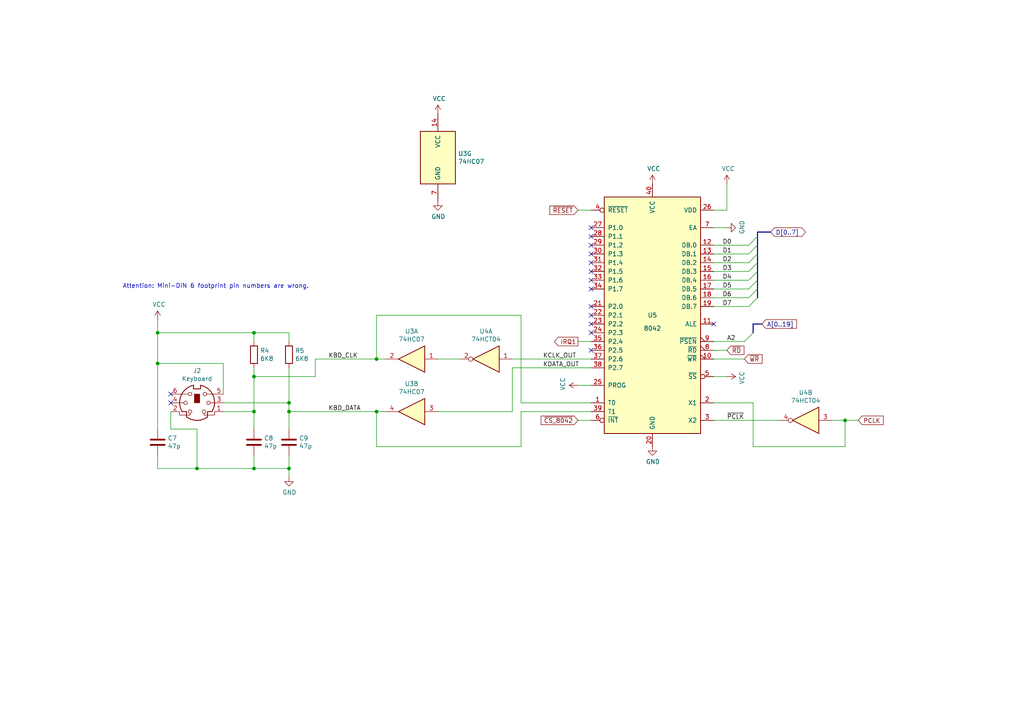
<source format=kicad_sch>
(kicad_sch (version 20230121) (generator eeschema)
  (paper "A4")
  (title_block (title "Mini8086 I/O board") (date "2020-11-05") (rev "1.0"))
  (lib_symbols
    (symbol "74xx:74HC04"
      (property "Reference" "U" (at 0 1.27 0))
      (property "Value" "74HC04" (at 0 -1.27 0))
      (symbol "74HC04_1_0"
        (polyline (pts (xy -3.81 3.81) (xy -3.81 -3.81) (xy 3.81 0) (xy -3.81 3.81)) (stroke (width 0.254)) (fill (type background)))
        (pin input line (at -7.62 0 0) (length 3.81) (name "~") (number "1"))
        (pin output inverted (at 7.62 0 180) (length 3.81) (name "~") (number "2"))
      )
      (symbol "74HC04_2_0"
        (polyline (pts (xy -3.81 3.81) (xy -3.81 -3.81) (xy 3.81 0) (xy -3.81 3.81)) (stroke (width 0.254)) (fill (type background)))
        (pin input line (at -7.62 0 0) (length 3.81) (name "~") (number "3"))
        (pin output inverted (at 7.62 0 180) (length 3.81) (name "~") (number "4"))
      )
      (symbol "74HC04_3_0"
        (polyline (pts (xy -3.81 3.81) (xy -3.81 -3.81) (xy 3.81 0) (xy -3.81 3.81)) (stroke (width 0.254)) (fill (type background)))
        (pin input line (at -7.62 0 0) (length 3.81) (name "~") (number "5"))
        (pin output inverted (at 7.62 0 180) (length 3.81) (name "~") (number "6"))
      )
      (symbol "74HC04_4_0"
        (polyline (pts (xy -3.81 3.81) (xy -3.81 -3.81) (xy 3.81 0) (xy -3.81 3.81)) (stroke (width 0.254)) (fill (type background)))
        (pin output inverted (at 7.62 0 180) (length 3.81) (name "~") (number "8"))
        (pin input line (at -7.62 0 0) (length 3.81) (name "~") (number "9"))
      )
      (symbol "74HC04_5_0"
        (polyline (pts (xy -3.81 3.81) (xy -3.81 -3.81) (xy 3.81 0) (xy -3.81 3.81)) (stroke (width 0.254)) (fill (type background)))
        (pin output inverted (at 7.62 0 180) (length 3.81) (name "~") (number "10"))
        (pin input line (at -7.62 0 0) (length 3.81) (name "~") (number "11"))
      )
      (symbol "74HC04_6_0"
        (polyline (pts (xy -3.81 3.81) (xy -3.81 -3.81) (xy 3.81 0) (xy -3.81 3.81)) (stroke (width 0.254)) (fill (type background)))
        (pin output inverted (at 7.62 0 180) (length 3.81) (name "~") (number "12"))
        (pin input line (at -7.62 0 0) (length 3.81) (name "~") (number "13"))
      )
      (symbol "74HC04_7_0"
        (pin power_in line (at 0 12.7 270) (length 5.08) (name "VCC") (number "14"))
        (pin power_in line (at 0 -12.7 90) (length 5.08) (name "GND") (number "7"))
      )
      (symbol "74HC04_7_1"
        (rectangle (start -5.08 7.62) (end 5.08 -7.62) (stroke (width 0.254)) (fill (type background)))
      )
    )
    (symbol "74xx:SN74LS07N" (pin_names (offset 1.016))
      (property "Reference" "U" (at 0 1.27 0))
      (property "Value" "SN74LS07N" (at 0 -1.27 0))
      (symbol "SN74LS07N_1_0"
        (polyline (pts (xy -3.81 3.81) (xy -3.81 -3.81) (xy 3.81 0) (xy -3.81 3.81)) (stroke (width 0.254)) (fill (type background)))
        (pin input line (at -7.62 0 0) (length 3.81) (name "~") (number "1"))
        (pin open_collector line (at 7.62 0 180) (length 3.81) (name "~") (number "2"))
      )
      (symbol "SN74LS07N_2_0"
        (polyline (pts (xy -3.81 3.81) (xy -3.81 -3.81) (xy 3.81 0) (xy -3.81 3.81)) (stroke (width 0.254)) (fill (type background)))
        (pin input line (at -7.62 0 0) (length 3.81) (name "~") (number "3"))
        (pin open_collector line (at 7.62 0 180) (length 3.81) (name "~") (number "4"))
      )
      (symbol "SN74LS07N_3_0"
        (polyline (pts (xy -3.81 3.81) (xy -3.81 -3.81) (xy 3.81 0) (xy -3.81 3.81)) (stroke (width 0.254)) (fill (type background)))
        (pin input line (at -7.62 0 0) (length 3.81) (name "~") (number "5"))
        (pin open_collector line (at 7.62 0 180) (length 3.81) (name "~") (number "6"))
      )
      (symbol "SN74LS07N_4_0"
        (polyline (pts (xy -3.81 3.81) (xy -3.81 -3.81) (xy 3.81 0) (xy -3.81 3.81)) (stroke (width 0.254)) (fill (type background)))
        (pin open_collector line (at 7.62 0 180) (length 3.81) (name "~") (number "8"))
        (pin input line (at -7.62 0 0) (length 3.81) (name "~") (number "9"))
      )
      (symbol "SN74LS07N_5_0"
        (polyline (pts (xy -3.81 3.81) (xy -3.81 -3.81) (xy 3.81 0) (xy -3.81 3.81)) (stroke (width 0.254)) (fill (type background)))
        (pin open_collector line (at 7.62 0 180) (length 3.81) (name "~") (number "10"))
        (pin input line (at -7.62 0 0) (length 3.81) (name "~") (number "11"))
      )
      (symbol "SN74LS07N_6_0"
        (polyline (pts (xy -3.81 3.81) (xy -3.81 -3.81) (xy 3.81 0) (xy -3.81 3.81)) (stroke (width 0.254)) (fill (type background)))
        (pin open_collector line (at 7.62 0 180) (length 3.81) (name "~") (number "12"))
        (pin input line (at -7.62 0 0) (length 3.81) (name "~") (number "13"))
      )
      (symbol "SN74LS07N_7_0"
        (pin power_in line (at 0 12.7 270) (length 5.08) (name "VCC") (number "14"))
        (pin power_in line (at 0 -12.7 90) (length 5.08) (name "GND") (number "7"))
      )
      (symbol "SN74LS07N_7_1"
        (rectangle (start -5.08 7.62) (end 5.08 -7.62) (stroke (width 0.254)) (fill (type background)))
      )
    )
    (symbol "Connector:Mini-DIN-6" (pin_names (offset 1.016))
      (property "Reference" "J" (at 0 6.35 0))
      (property "Value" "Mini-DIN-6" (at 0 -6.35 0))
      (symbol "Mini-DIN-6_0_1"
        (circle (center -3.302 0) (radius 0.508))
        (arc (start -3.048 -4.064) (mid 0 -5.08) (end 3.048 -4.064) (stroke (width 0.254)))
        (circle (center -2.032 -2.54) (radius 0.508))
        (circle (center -2.032 2.54) (radius 0.508))
        (arc (start -1.016 5.08) (mid -4.6228 2.1214) (end -4.318 -2.54) (stroke (width 0.254)))
        (rectangle (start -0.762 2.54) (end 0.762 0) (fill (type outline)))
        (polyline (pts (xy -3.81 0) (xy -5.08 0)))
        (polyline (pts (xy -2.54 2.54) (xy -5.08 2.54)))
        (polyline (pts (xy 2.794 2.54) (xy 5.08 2.54)))
        (polyline (pts (xy 5.08 0) (xy 3.81 0)))
        (polyline (pts (xy -4.318 -2.54) (xy -3.048 -2.54) (xy -3.048 -4.064)) (stroke (width 0.254)))
        (polyline (pts (xy 4.318 -2.54) (xy 3.048 -2.54) (xy 3.048 -4.064)) (stroke (width 0.254)))
        (polyline (pts (xy -2.032 -3.048) (xy -2.032 -3.556) (xy -5.08 -3.556) (xy -5.08 -2.54)))
        (polyline (pts (xy -1.016 5.08) (xy -1.016 4.064) (xy 1.016 4.064) (xy 1.016 5.08)) (stroke (width 0.254)))
        (polyline (pts (xy 2.032 -3.048) (xy 2.032 -3.556) (xy 5.08 -3.556) (xy 5.08 -2.54)))
        (circle (center 2.032 -2.54) (radius 0.508))
        (circle (center 2.286 2.54) (radius 0.508))
        (circle (center 3.302 0) (radius 0.508))
        (arc (start 4.318 -2.54) (mid 4.6661 2.1322) (end 1.016 5.08) (stroke (width 0.254)))
      )
      (symbol "Mini-DIN-6_1_1"
        (pin passive line (at 7.62 -2.54 180) (length 2.54) (name "~") (number "1"))
        (pin passive line (at -7.62 -2.54 0) (length 2.54) (name "~") (number "2"))
        (pin passive line (at 7.62 0 180) (length 2.54) (name "~") (number "3"))
        (pin passive line (at -7.62 0 0) (length 2.54) (name "~") (number "4"))
        (pin passive line (at 7.62 2.54 180) (length 2.54) (name "~") (number "5"))
        (pin passive line (at -7.62 2.54 0) (length 2.54) (name "~") (number "6"))
      )
    )
    (symbol "Device:C" (pin_numbers hide) (pin_names (offset 0.254))
      (property "Reference" "C" (at 0.635 2.54 0))
      (property "Value" "C" (at 0.635 -2.54 0))
      (symbol "C_0_1"
        (polyline (pts (xy -2.032 -0.762) (xy 2.032 -0.762)) (stroke (width 0.508)))
        (polyline (pts (xy -2.032 0.762) (xy 2.032 0.762)) (stroke (width 0.508)))
      )
      (symbol "C_1_1"
        (pin passive line (at 0 3.81 270) (length 2.794) (name "~") (number "1"))
        (pin passive line (at 0 -3.81 90) (length 2.794) (name "~") (number "2"))
      )
    )
    (symbol "Device:R" (pin_numbers hide) (pin_names (offset 0))
      (property "Reference" "R" (at 2.032 0 90))
      (property "Value" "R" (at 0 0 90))
      (symbol "R_0_1"
        (rectangle (start -1.016 -2.54) (end 1.016 2.54) (stroke (width 0.254)))
      )
      (symbol "R_1_1"
        (pin passive line (at 0 3.81 270) (length 1.27) (name "~") (number "1"))
        (pin passive line (at 0 -3.81 90) (length 1.27) (name "~") (number "2"))
      )
    )
    (symbol "MCU_Intel:8040" (pin_names (offset 1.016))
      (property "Reference" "U" (at -13.97 35.56 0))
      (property "Value" "8040" (at 8.89 35.56 0))
      (symbol "8040_1_1"
        (rectangle (start -13.97 -34.29) (end 13.97 34.29) (stroke (width 0.254)) (fill (type background)))
        (pin input line (at -17.78 -25.4 0) (length 3.81) (name "T0") (number "1"))
        (pin output output_low (at 17.78 -12.7 180) (length 3.81) (name "~{WR}") (number "10"))
        (pin output line (at 17.78 -2.54 180) (length 3.81) (name "ALE") (number "11"))
        (pin bidirectional line (at 17.78 20.32 180) (length 3.81) (name "DB.0") (number "12"))
        (pin bidirectional line (at 17.78 17.78 180) (length 3.81) (name "DB.1") (number "13"))
        (pin bidirectional line (at 17.78 15.24 180) (length 3.81) (name "DB.2") (number "14"))
        (pin bidirectional line (at 17.78 12.7 180) (length 3.81) (name "DB.3") (number "15"))
        (pin bidirectional line (at 17.78 10.16 180) (length 3.81) (name "DB.4") (number "16"))
        (pin bidirectional line (at 17.78 7.62 180) (length 3.81) (name "DB.5") (number "17"))
        (pin bidirectional line (at 17.78 5.08 180) (length 3.81) (name "DB.6") (number "18"))
        (pin bidirectional line (at 17.78 2.54 180) (length 3.81) (name "DB.7") (number "19"))
        (pin input line (at 17.78 -25.4 180) (length 3.81) (name "X1") (number "2"))
        (pin power_in line (at 0 -38.1 90) (length 3.81) (name "GND") (number "20"))
        (pin bidirectional line (at -17.78 2.54 0) (length 3.81) (name "P2.0") (number "21"))
        (pin bidirectional line (at -17.78 0 0) (length 3.81) (name "P2.1") (number "22"))
        (pin bidirectional line (at -17.78 -2.54 0) (length 3.81) (name "P2.2") (number "23"))
        (pin bidirectional line (at -17.78 -5.08 0) (length 3.81) (name "P2.3") (number "24"))
        (pin output line (at -17.78 -20.32 0) (length 3.81) (name "PROG") (number "25"))
        (pin power_in line (at 17.78 30.48 180) (length 3.81) (name "VDD") (number "26"))
        (pin bidirectional line (at -17.78 25.4 0) (length 3.81) (name "P1.0") (number "27"))
        (pin bidirectional line (at -17.78 22.86 0) (length 3.81) (name "P1.1") (number "28"))
        (pin bidirectional line (at -17.78 20.32 0) (length 3.81) (name "P1.2") (number "29"))
        (pin output line (at 17.78 -30.48 180) (length 3.81) (name "X2") (number "3"))
        (pin bidirectional line (at -17.78 17.78 0) (length 3.81) (name "P1.3") (number "30"))
        (pin bidirectional line (at -17.78 15.24 0) (length 3.81) (name "P1.4") (number "31"))
        (pin bidirectional line (at -17.78 12.7 0) (length 3.81) (name "P1.5") (number "32"))
        (pin bidirectional line (at -17.78 10.16 0) (length 3.81) (name "P1.6") (number "33"))
        (pin bidirectional line (at -17.78 7.62 0) (length 3.81) (name "P1.7") (number "34"))
        (pin bidirectional line (at -17.78 -7.62 0) (length 3.81) (name "P2.4") (number "35"))
        (pin bidirectional line (at -17.78 -10.16 0) (length 3.81) (name "P2.5") (number "36"))
        (pin bidirectional line (at -17.78 -12.7 0) (length 3.81) (name "P2.6") (number "37"))
        (pin bidirectional line (at -17.78 -15.24 0) (length 3.81) (name "P2.7") (number "38"))
        (pin input line (at -17.78 -27.94 0) (length 3.81) (name "T1") (number "39"))
        (pin input inverted (at -17.78 30.48 0) (length 3.81) (name "~{RESET}") (number "4"))
        (pin power_in line (at 0 38.1 270) (length 3.81) (name "VCC") (number "40"))
        (pin input inverted (at 17.78 -17.78 180) (length 3.81) (name "~{SS}") (number "5"))
        (pin input inverted (at -17.78 -30.48 0) (length 3.81) (name "~{INT}") (number "6"))
        (pin input line (at 17.78 25.4 180) (length 3.81) (name "EA") (number "7"))
        (pin output output_low (at 17.78 -10.16 180) (length 3.81) (name "~{RD}") (number "8"))
        (pin output output_low (at 17.78 -7.62 180) (length 3.81) (name "~{PSEN}") (number "9"))
      )
    )
    (symbol "power:GND" (power) (pin_names (offset 0))
      (property "Value" "GND" (at 0 -3.81 0))
      (symbol "GND_0_1"
        (polyline (pts (xy 0 0) (xy 0 -1.27) (xy 1.27 -1.27) (xy 0 -2.54) (xy -1.27 -1.27) (xy 0 -1.27)))
      )
      (symbol "GND_1_1"
        (pin power_in line (at 0 0 270) (length 0) hide (name "GND") (number "1"))
      )
    )
    (symbol "power:VCC" (power) (pin_names (offset 0))
      (property "Value" "VCC" (at 0 3.81 0))
      (symbol "VCC_0_1"
        (polyline (pts (xy -0.762 1.27) (xy 0 2.54)))
        (polyline (pts (xy 0 0) (xy 0 2.54)))
        (polyline (pts (xy 0 2.54) (xy 0.762 1.27)))
      )
      (symbol "VCC_1_1"
        (pin power_in line (at 0 0 90) (length 0) hide (name "VCC") (number "1"))
      )
    )
  )
  (junction (at 73.66 96.52))
  (junction (at 109.22 104.14))
  (junction (at 45.72 96.52))
  (junction (at 73.66 119.38))
  (junction (at 45.72 105.41))
  (junction (at 73.66 135.89))
  (junction (at 57.15 135.89))
  (junction (at 83.82 119.38))
  (junction (at 245.11 121.92))
  (junction (at 83.82 135.89))
  (junction (at 83.82 116.84))
  (junction (at 109.22 119.38))
  (junction (at 73.66 109.22))
  (no_connect (at 171.45 93.98))
  (no_connect (at 49.53 114.3))
  (no_connect (at 171.45 73.66))
  (no_connect (at 171.45 66.04))
  (no_connect (at 171.45 83.82))
  (no_connect (at 171.45 78.74))
  (no_connect (at 171.45 68.58))
  (no_connect (at 49.53 116.84))
  (no_connect (at 171.45 101.6))
  (no_connect (at 171.45 91.44))
  (no_connect (at 171.45 88.9))
  (no_connect (at 171.45 76.2))
  (no_connect (at 171.45 81.28))
  (no_connect (at 171.45 96.52))
  (no_connect (at 171.45 71.12))
  (no_connect (at 207.01 93.98))
  (bus_entry (at 215.9 99.06) (size 2.54 -2.54))
  (bus_entry (at 217.17 71.12) (size 2.54 -2.54))
  (bus_entry (at 217.17 78.74) (size 2.54 -2.54))
  (bus_entry (at 217.17 76.2) (size 2.54 -2.54))
  (bus_entry (at 217.17 73.66) (size 2.54 -2.54))
  (bus_entry (at 217.17 81.28) (size 2.54 -2.54))
  (bus_entry (at 217.17 83.82) (size 2.54 -2.54))
  (bus_entry (at 217.17 86.36) (size 2.54 -2.54))
  (bus_entry (at 217.17 88.9) (size 2.54 -2.54))
  (wire (pts (xy 83.82 119.38) (xy 109.22 119.38)))
  (wire (pts (xy 91.44 109.22) (xy 91.44 104.14)))
  (wire (pts (xy 83.82 96.52) (xy 73.66 96.52)))
  (wire (pts (xy 167.64 60.96) (xy 171.45 60.96)))
  (wire (pts (xy 151.13 91.44) (xy 151.13 116.84)))
  (wire (pts (xy 64.77 119.38) (xy 73.66 119.38)))
  (wire (pts (xy 207.01 104.14) (xy 215.9 104.14)))
  (wire (pts (xy 83.82 106.68) (xy 83.82 116.84)))
  (wire (pts (xy 148.59 106.68) (xy 148.59 119.38)))
  (wire (pts (xy 207.01 86.36) (xy 217.17 86.36)))
  (bus (pts (xy 219.71 76.2) (xy 219.71 78.74)))
  (wire (pts (xy 109.22 119.38) (xy 111.76 119.38)))
  (bus (pts (xy 219.71 68.58) (xy 219.71 71.12)))
  (wire (pts (xy 218.44 129.54) (xy 245.11 129.54)))
  (wire (pts (xy 171.45 106.68) (xy 148.59 106.68)))
  (wire (pts (xy 49.53 124.46) (xy 57.15 124.46)))
  (wire (pts (xy 217.17 83.82) (xy 207.01 83.82)))
  (wire (pts (xy 45.72 135.89) (xy 57.15 135.89)))
  (wire (pts (xy 45.72 132.08) (xy 45.72 135.89)))
  (wire (pts (xy 245.11 129.54) (xy 245.11 121.92)))
  (wire (pts (xy 109.22 129.54) (xy 151.13 129.54)))
  (wire (pts (xy 207.01 73.66) (xy 217.17 73.66)))
  (wire (pts (xy 57.15 124.46) (xy 57.15 135.89)))
  (wire (pts (xy 73.66 135.89) (xy 83.82 135.89)))
  (wire (pts (xy 167.64 121.92) (xy 171.45 121.92)))
  (wire (pts (xy 57.15 135.89) (xy 73.66 135.89)))
  (wire (pts (xy 109.22 129.54) (xy 109.22 119.38)))
  (wire (pts (xy 49.53 119.38) (xy 49.53 124.46)))
  (wire (pts (xy 207.01 99.06) (xy 215.9 99.06)))
  (wire (pts (xy 151.13 116.84) (xy 171.45 116.84)))
  (wire (pts (xy 217.17 71.12) (xy 207.01 71.12)))
  (bus (pts (xy 219.71 78.74) (xy 219.71 81.28)))
  (wire (pts (xy 133.35 104.14) (xy 127 104.14)))
  (bus (pts (xy 219.71 81.28) (xy 219.71 83.82)))
  (wire (pts (xy 73.66 106.68) (xy 73.66 109.22)))
  (wire (pts (xy 73.66 99.06) (xy 73.66 96.52)))
  (wire (pts (xy 167.64 111.76) (xy 171.45 111.76)))
  (wire (pts (xy 73.66 96.52) (xy 45.72 96.52)))
  (wire (pts (xy 73.66 132.08) (xy 73.66 135.89)))
  (wire (pts (xy 64.77 105.41) (xy 45.72 105.41)))
  (bus (pts (xy 219.71 67.31) (xy 219.71 68.58)))
  (wire (pts (xy 45.72 96.52) (xy 45.72 105.41)))
  (wire (pts (xy 217.17 76.2) (xy 207.01 76.2)))
  (wire (pts (xy 83.82 116.84) (xy 83.82 119.38)))
  (wire (pts (xy 207.01 78.74) (xy 217.17 78.74)))
  (wire (pts (xy 111.76 104.14) (xy 109.22 104.14)))
  (bus (pts (xy 219.71 83.82) (xy 219.71 86.36)))
  (wire (pts (xy 109.22 104.14) (xy 109.22 91.44)))
  (wire (pts (xy 73.66 119.38) (xy 73.66 109.22)))
  (wire (pts (xy 217.17 81.28) (xy 207.01 81.28)))
  (wire (pts (xy 245.11 121.92) (xy 248.92 121.92)))
  (wire (pts (xy 45.72 105.41) (xy 45.72 124.46)))
  (wire (pts (xy 171.45 119.38) (xy 151.13 119.38)))
  (wire (pts (xy 83.82 135.89) (xy 83.82 138.43)))
  (wire (pts (xy 217.17 88.9) (xy 207.01 88.9)))
  (wire (pts (xy 210.82 60.96) (xy 210.82 53.34)))
  (bus (pts (xy 218.44 96.52) (xy 218.44 93.98)))
  (wire (pts (xy 45.72 96.52) (xy 45.72 92.71)))
  (wire (pts (xy 151.13 119.38) (xy 151.13 129.54)))
  (wire (pts (xy 207.01 66.04) (xy 210.82 66.04)))
  (wire (pts (xy 83.82 124.46) (xy 83.82 119.38)))
  (wire (pts (xy 73.66 124.46) (xy 73.66 119.38)))
  (wire (pts (xy 148.59 119.38) (xy 127 119.38)))
  (wire (pts (xy 207.01 60.96) (xy 210.82 60.96)))
  (wire (pts (xy 218.44 116.84) (xy 218.44 129.54)))
  (wire (pts (xy 207.01 101.6) (xy 210.82 101.6)))
  (wire (pts (xy 171.45 104.14) (xy 148.59 104.14)))
  (bus (pts (xy 219.71 67.31) (xy 223.52 67.31)))
  (bus (pts (xy 218.44 93.98) (xy 220.98 93.98)))
  (wire (pts (xy 171.45 99.06) (xy 167.64 99.06)))
  (wire (pts (xy 245.11 121.92) (xy 241.3 121.92)))
  (wire (pts (xy 64.77 116.84) (xy 83.82 116.84)))
  (wire (pts (xy 207.01 116.84) (xy 218.44 116.84)))
  (wire (pts (xy 73.66 109.22) (xy 91.44 109.22)))
  (wire (pts (xy 210.82 109.22) (xy 207.01 109.22)))
  (wire (pts (xy 109.22 91.44) (xy 151.13 91.44)))
  (bus (pts (xy 219.71 71.12) (xy 219.71 73.66)))
  (wire (pts (xy 83.82 99.06) (xy 83.82 96.52)))
  (wire (pts (xy 91.44 104.14) (xy 109.22 104.14)))
  (bus (pts (xy 219.71 73.66) (xy 219.71 76.2)))
  (wire (pts (xy 64.77 114.3) (xy 64.77 105.41)))
  (wire (pts (xy 226.06 121.92) (xy 207.01 121.92)))
  (wire (pts (xy 83.82 135.89) (xy 83.82 132.08)))
  (text "Attention: Mini-DIN 6 footprint pin numbers are wrong.\n" (at 35.56 83.82 0) (effects (font (size 1.27 1.27)) (justify left bottom)))
  (label "KBD_CLK" (at 95.25 104.14 0))
  (label "D0" (at 209.55 71.12 0))
  (label "D5" (at 209.55 83.82 0))
  (label "KCLK_OUT" (at 157.48 104.14 0))
  (label "D6" (at 209.55 86.36 0))
  (label "D2" (at 209.55 76.2 0))
  (label "~{PCLK}" (at 210.82 121.92 0))
  (label "D3" (at 209.55 78.74 0))
  (label "KBD_DATA" (at 95.25 119.38 0))
  (label "D4" (at 209.55 81.28 0))
  (label "D7" (at 209.55 88.9 0))
  (label "KDATA_OUT" (at 157.48 106.68 0))
  (label "D1" (at 209.55 73.66 0))
  (label "A2" (at 210.82 99.06 0))
  (global_label "~{CS_8042}" (shape input) (at 167.64 121.92 180) (property "Intersheetrefs" "${INTERSHEET_REFS}" (effects hide)))
  (global_label "~{WR}" (shape input) (at 215.9 104.14 0) (property "Intersheetrefs" "${INTERSHEET_REFS}" (effects hide)))
  (global_label "~{RESET}" (shape input) (at 167.64 60.96 180) (property "Intersheetrefs" "${INTERSHEET_REFS}" (effects hide)))
  (global_label "A[0..19]" (shape input) (at 220.98 93.98 0) (property "Intersheetrefs" "${INTERSHEET_REFS}" (effects hide)))
  (global_label "IRQ1" (shape output) (at 167.64 99.06 180) (property "Intersheetrefs" "${INTERSHEET_REFS}" (effects hide)))
  (global_label "D[0..7]" (shape bidirectional) (at 223.52 67.31 0) (property "Intersheetrefs" "${INTERSHEET_REFS}" (effects hide)))
  (global_label "~{RD}" (shape input) (at 210.82 101.6 0) (property "Intersheetrefs" "${INTERSHEET_REFS}" (effects hide)))
  (global_label "PCLK" (shape input) (at 248.92 121.92 0) (property "Intersheetrefs" "${INTERSHEET_REFS}" (effects hide)))
  (symbol (lib_id "MCU_Intel:8040") (at 189.23 91.44 0) (unit 1)
    (property "Reference" "U5" (at 189.23 91.44 0))
    (property "Value" "8042" (at 189.23 95.25 0))
    (property "Footprint" "Package_DIP:DIP-40_W15.24mm_Socket_LongPads" (effects hide))
  )
  (symbol (lib_id "power:GND") (at 189.23 129.54 0) (unit 1)
    (property "Reference" "#PWR016" (effects hide))
    (property "Value" "GND" (at 189.357 133.9342 0))
  )
  (symbol (lib_id "power:VCC") (at 189.23 53.34 0) (unit 1)
    (property "Reference" "#PWR015" (effects hide))
    (property "Value" "VCC" (at 189.611 48.9458 0))
  )
  (symbol (lib_id "74xx:74HC04") (at 140.97 104.14 180) (unit 1)
    (property "Reference" "U4" (at 140.97 96.0882 0))
    (property "Value" "74HCT04" (at 140.97 98.3996 0))
    (property "Footprint" "Package_SO:SOIC-14_3.9x8.7mm_P1.27mm" (effects hide))
    (property "Datasheet" "https://assets.nexperia.com/documents/data-sheet/74HC_HCT04.pdf" (effects hide))
  )
  (symbol (lib_id "74xx:74HC04") (at 233.68 121.92 180) (unit 2)
    (property "Reference" "U4" (at 233.68 113.8682 0))
    (property "Value" "74HCT04" (at 233.68 116.1796 0))
    (property "Footprint" "Package_SO:SOIC-14_3.9x8.7mm_P1.27mm" (effects hide))
    (property "Datasheet" "https://assets.nexperia.com/documents/data-sheet/74HC_HCT04.pdf" (effects hide))
  )
  (symbol (lib_id "74xx:SN74LS07N") (at 119.38 104.14 180) (unit 1)
    (property "Reference" "U3" (at 119.38 96.0882 0))
    (property "Value" "74HC07" (at 119.38 98.3996 0))
    (property "Footprint" "Package_SO:SOIC-14_3.9x8.7mm_P1.27mm" (effects hide))
    (property "Datasheet" "www.ti.com/lit/ds/symlink/sn74ls07.pdf" (effects hide))
  )
  (symbol (lib_id "74xx:SN74LS07N") (at 119.38 119.38 180) (unit 2)
    (property "Reference" "U3" (at 119.38 111.3282 0))
    (property "Value" "74HC07" (at 119.38 113.6396 0))
    (property "Footprint" "Package_SO:SOIC-14_3.9x8.7mm_P1.27mm" (effects hide))
    (property "Datasheet" "www.ti.com/lit/ds/symlink/sn74ls07.pdf" (effects hide))
  )
  (symbol (lib_id "power:VCC") (at 210.82 53.34 0) (unit 1)
    (property "Reference" "#PWR017" (effects hide))
    (property "Value" "VCC" (at 211.201 48.9458 0))
  )
  (symbol (lib_id "power:GND") (at 210.82 66.04 90) (unit 1)
    (property "Reference" "#PWR018" (effects hide))
    (property "Value" "GND" (at 215.2142 65.913 0))
  )
  (symbol (lib_id "power:VCC") (at 210.82 109.22 270) (unit 1)
    (property "Reference" "#PWR019" (effects hide))
    (property "Value" "VCC" (at 215.2142 109.601 0))
  )
  (symbol (lib_id "power:VCC") (at 167.64 111.76 90) (unit 1)
    (property "Reference" "#PWR014" (effects hide))
    (property "Value" "VCC" (at 163.2458 111.379 0))
  )
  (symbol (lib_id "Connector:Mini-DIN-6") (at 57.15 116.84 0) (unit 1)
    (property "Reference" "J2" (at 57.15 107.5182 0))
    (property "Value" "Keyboard" (at 57.15 109.8296 0))
    (property "Footprint" "Mini8086:Mini_din6" (effects hide))
    (property "Datasheet" "http://service.powerdynamics.com/ec/Catalog17/Section%2011.pdf" (effects hide))
  )
  (symbol (lib_id "Device:C") (at 83.82 128.27 0) (unit 1)
    (property "Reference" "C9" (at 86.741 127.1016 0) (effects (justify left)))
    (property "Value" "47p" (at 86.741 129.413 0) (effects (justify left)))
    (property "Footprint" "Capacitor_SMD:C_1206_3216Metric" (effects hide))
  )
  (symbol (lib_id "Device:C") (at 73.66 128.27 0) (unit 1)
    (property "Reference" "C8" (at 76.581 127.1016 0) (effects (justify left)))
    (property "Value" "47p" (at 76.581 129.413 0) (effects (justify left)))
    (property "Footprint" "Capacitor_SMD:C_1206_3216Metric" (effects hide))
  )
  (symbol (lib_id "Device:R") (at 73.66 102.87 0) (unit 1)
    (property "Reference" "R4" (at 75.438 101.7016 0) (effects (justify left)))
    (property "Value" "6K8" (at 75.438 104.013 0) (effects (justify left)))
    (property "Footprint" "Resistor_SMD:R_1206_3216Metric" (effects hide))
  )
  (symbol (lib_id "Device:R") (at 83.82 102.87 0) (unit 1)
    (property "Reference" "R5" (at 85.598 101.7016 0) (effects (justify left)))
    (property "Value" "6K8" (at 85.598 104.013 0) (effects (justify left)))
    (property "Footprint" "Resistor_SMD:R_1206_3216Metric" (effects hide))
  )
  (symbol (lib_id "power:GND") (at 83.82 138.43 0) (unit 1)
    (property "Reference" "#PWR013" (effects hide))
    (property "Value" "GND" (at 83.947 142.8242 0))
  )
  (symbol (lib_id "Device:C") (at 45.72 128.27 0) (unit 1)
    (property "Reference" "C7" (at 48.641 127.1016 0) (effects (justify left)))
    (property "Value" "47p" (at 48.641 129.413 0) (effects (justify left)))
    (property "Footprint" "Capacitor_SMD:C_1206_3216Metric" (effects hide))
  )
  (symbol (lib_id "power:VCC") (at 45.72 92.71 0) (unit 1)
    (property "Reference" "#PWR012" (effects hide))
    (property "Value" "VCC" (at 46.101 88.3158 0))
  )
  (symbol (lib_id "74xx:SN74LS07N") (at 127 45.72 0) (unit 7)
    (property "Reference" "U3" (at 132.842 44.5516 0) (effects (justify left)))
    (property "Value" "74HC07" (at 132.842 46.863 0) (effects (justify left)))
    (property "Footprint" "Package_SO:SOIC-14_3.9x8.7mm_P1.27mm" (effects hide))
    (property "Datasheet" "www.ti.com/lit/ds/symlink/sn74ls07.pdf" (effects hide))
  )
  (symbol (lib_id "power:GND") (at 127 58.42 0) (unit 1)
    (property "Reference" "#PWR041" (effects hide))
    (property "Value" "GND" (at 127.127 62.8142 0))
  )
  (symbol (lib_id "power:VCC") (at 127 33.02 0) (unit 1)
    (property "Reference" "#PWR031" (effects hide))
    (property "Value" "VCC" (at 127.381 28.6258 0))
  )
)
</source>
